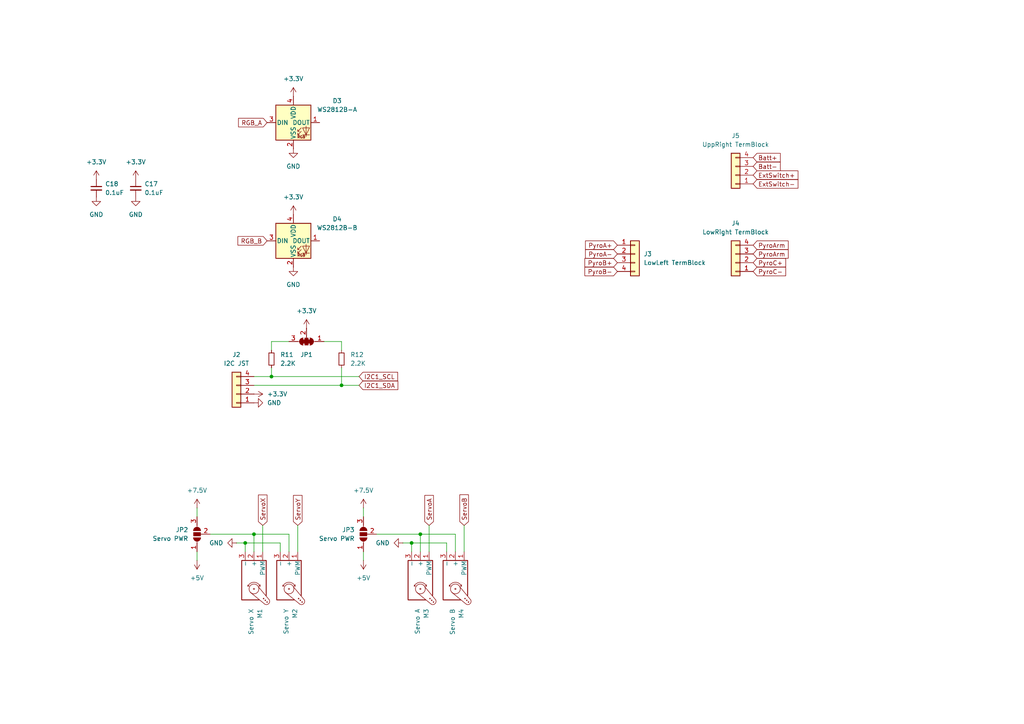
<source format=kicad_sch>
(kicad_sch (version 20231120) (generator "eeschema") (generator_version "8.0")
  (paper "A4")
  (lib_symbols
    (symbol "Connector_Generic:Conn_01x04" (pin_names (offset 1.016) hide)
      (property "Reference" "J" (at 0 5.08 0))
      (property "Value" "Conn_01x04" (at 0 -7.62 0))
      (symbol "Conn_01x04_1_1"
        (rectangle (start -1.27 -4.953) (end 0 -5.207) (stroke (width 0.1524)))
        (rectangle (start -1.27 -2.413) (end 0 -2.667) (stroke (width 0.1524)))
        (rectangle (start -1.27 0.127) (end 0 -0.127) (stroke (width 0.1524)))
        (rectangle (start -1.27 2.667) (end 0 2.413) (stroke (width 0.1524)))
        (rectangle (start -1.27 3.81) (end 1.27 -6.35) (stroke (width 0.254)) (fill (type background)))
        (pin passive line (at -5.08 2.54 0) (length 3.81) (name "Pin_1") (number "1"))
        (pin passive line (at -5.08 0 0) (length 3.81) (name "Pin_2") (number "2"))
        (pin passive line (at -5.08 -2.54 0) (length 3.81) (name "Pin_3") (number "3"))
        (pin passive line (at -5.08 -5.08 0) (length 3.81) (name "Pin_4") (number "4"))
      )
    )
    (symbol "Device:C_Small" (pin_numbers hide) (pin_names (offset 0.254) hide)
      (property "Reference" "C" (at 0.254 1.778 0))
      (property "Value" "C_Small" (at 0.254 -2.032 0))
      (symbol "C_Small_0_1"
        (polyline (pts (xy -1.524 -0.508) (xy 1.524 -0.508)) (stroke (width 0.3302)))
        (polyline (pts (xy -1.524 0.508) (xy 1.524 0.508)) (stroke (width 0.3048)))
      )
      (symbol "C_Small_1_1"
        (pin passive line (at 0 2.54 270) (length 2.032) (name "~") (number "1"))
        (pin passive line (at 0 -2.54 90) (length 2.032) (name "~") (number "2"))
      )
    )
    (symbol "Device:R_Small" (pin_numbers hide) (pin_names (offset 0.254) hide)
      (property "Reference" "R" (at 0.762 0.508 0))
      (property "Value" "R_Small" (at 0.762 -1.016 0))
      (symbol "R_Small_0_1"
        (rectangle (start -0.762 1.778) (end 0.762 -1.778) (stroke (width 0.2032)))
      )
      (symbol "R_Small_1_1"
        (pin passive line (at 0 2.54 270) (length 0.762) (name "~") (number "1"))
        (pin passive line (at 0 -2.54 90) (length 0.762) (name "~") (number "2"))
      )
    )
    (symbol "Jumper:SolderJumper_3_Bridged123" (pin_names (offset 0) hide) (exclude_from_sim yes) (in_bom no)
      (property "Reference" "JP" (at -2.54 -2.54 0))
      (property "Value" "SolderJumper_3_Bridged123" (at 0 2.794 0))
      (symbol "SolderJumper_3_Bridged123_0_1"
        (rectangle (start -1.016 0.508) (end -0.508 -0.508) (fill (type outline)))
        (arc (start -1.016 1.016) (mid -2.0276 0) (end -1.016 -1.016))
        (arc (start -1.016 1.016) (mid -2.0276 0) (end -1.016 -1.016) (fill (type outline)))
        (rectangle (start -0.508 1.016) (end 0.508 -1.016) (fill (type outline)))
        (polyline (pts (xy -2.54 0) (xy -2.032 0)))
        (polyline (pts (xy -1.016 1.016) (xy -1.016 -1.016)))
        (polyline (pts (xy 0 -1.27) (xy 0 -1.016)))
        (polyline (pts (xy 1.016 1.016) (xy 1.016 -1.016)))
        (polyline (pts (xy 2.54 0) (xy 2.032 0)))
        (rectangle (start 0.508 0.508) (end 1.016 -0.508) (fill (type outline)))
        (arc (start 1.016 -1.016) (mid 2.0276 0) (end 1.016 1.016))
        (arc (start 1.016 -1.016) (mid 2.0276 0) (end 1.016 1.016) (fill (type outline)))
      )
      (symbol "SolderJumper_3_Bridged123_1_1"
        (pin passive line (at -5.08 0 0) (length 2.54) (name "A") (number "1"))
        (pin passive line (at 0 -3.81 90) (length 2.54) (name "C") (number "2"))
        (pin passive line (at 5.08 0 180) (length 2.54) (name "B") (number "3"))
      )
    )
    (symbol "Jumper:SolderJumper_3_Open" (pin_names (offset 0) hide) (exclude_from_sim yes) (in_bom no)
      (property "Reference" "JP" (at -2.54 -2.54 0))
      (property "Value" "SolderJumper_3_Open" (at 0 2.794 0))
      (symbol "SolderJumper_3_Open_0_1"
        (arc (start -1.016 1.016) (mid -2.0276 0) (end -1.016 -1.016))
        (arc (start -1.016 1.016) (mid -2.0276 0) (end -1.016 -1.016) (fill (type outline)))
        (rectangle (start -0.508 1.016) (end 0.508 -1.016) (fill (type outline)))
        (polyline (pts (xy -2.54 0) (xy -2.032 0)))
        (polyline (pts (xy -1.016 1.016) (xy -1.016 -1.016)))
        (polyline (pts (xy 0 -1.27) (xy 0 -1.016)))
        (polyline (pts (xy 1.016 1.016) (xy 1.016 -1.016)))
        (polyline (pts (xy 2.54 0) (xy 2.032 0)))
        (arc (start 1.016 -1.016) (mid 2.0276 0) (end 1.016 1.016))
        (arc (start 1.016 -1.016) (mid 2.0276 0) (end 1.016 1.016) (fill (type outline)))
      )
      (symbol "SolderJumper_3_Open_1_1"
        (pin passive line (at -5.08 0 0) (length 2.54) (name "A") (number "1"))
        (pin passive line (at 0 -3.81 90) (length 2.54) (name "C") (number "2"))
        (pin passive line (at 5.08 0 180) (length 2.54) (name "B") (number "3"))
      )
    )
    (symbol "LED:WS2812B-2020" (pin_names (offset 0.254))
      (property "Reference" "D" (at 5.08 5.715 0))
      (property "Value" "WS2812B-2020" (at 1.27 -5.715 0))
      (symbol "WS2812B-2020_0_0"
        (text "RGB" (at 2.286 -4.191 0) (effects (font (size 0.762 0.762))))
      )
      (symbol "WS2812B-2020_0_1"
        (polyline (pts (xy 1.27 -3.556) (xy 1.778 -3.556)))
        (polyline (pts (xy 1.27 -2.54) (xy 1.778 -2.54)))
        (polyline (pts (xy 4.699 -3.556) (xy 2.667 -3.556)))
        (polyline (pts (xy 2.286 -2.54) (xy 1.27 -3.556) (xy 1.27 -3.048)))
        (polyline (pts (xy 2.286 -1.524) (xy 1.27 -2.54) (xy 1.27 -2.032)))
        (polyline (pts (xy 3.683 -1.016) (xy 3.683 -3.556) (xy 3.683 -4.064)))
        (polyline (pts (xy 4.699 -1.524) (xy 2.667 -1.524) (xy 3.683 -3.556) (xy 4.699 -1.524)))
        (rectangle (start 5.08 5.08) (end -5.08 -5.08) (stroke (width 0.254)) (fill (type background)))
      )
      (symbol "WS2812B-2020_1_1"
        (pin output line (at 7.62 0 180) (length 2.54) (name "DOUT") (number "1"))
        (pin power_in line (at 0 -7.62 90) (length 2.54) (name "VSS") (number "2"))
        (pin input line (at -7.62 0 0) (length 2.54) (name "DIN") (number "3"))
        (pin power_in line (at 0 7.62 270) (length 2.54) (name "VDD") (number "4"))
      )
    )
    (symbol "Motor:Motor_Servo" (pin_names (offset 0.0254))
      (property "Reference" "M" (at -5.08 4.445 0))
      (property "Value" "Motor_Servo" (at -5.08 -4.064 0))
      (symbol "Motor_Servo_0_1"
        (polyline (pts (xy 2.413 -1.778) (xy 2.032 -1.778)))
        (polyline (pts (xy 2.413 -1.778) (xy 2.286 -1.397)))
        (polyline (pts (xy 2.413 1.778) (xy 1.905 1.778)))
        (polyline (pts (xy 2.413 1.778) (xy 2.286 1.397)))
        (polyline (pts (xy 6.35 4.445) (xy 2.54 1.27)))
        (polyline (pts (xy 7.62 3.175) (xy 4.191 -1.016)))
        (polyline (pts (xy 5.08 3.556) (xy -5.08 3.556) (xy -5.08 -3.556) (xy 6.35 -3.556) (xy 6.35 1.524)) (stroke (width 0.254)))
        (arc (start 2.413 1.778) (mid 1.2406 0) (end 2.413 -1.778))
        (circle (center 3.175 0) (radius 0.1778))
        (circle (center 3.175 0) (radius 1.4224))
        (circle (center 5.969 2.794) (radius 0.127))
        (circle (center 6.477 3.302) (radius 0.127))
        (circle (center 6.985 3.81) (radius 0.127))
        (arc (start 7.62 3.175) (mid 7.4485 4.2735) (end 6.35 4.445))
      )
      (symbol "Motor_Servo_1_1"
        (pin passive line (at -7.62 2.54 0) (length 2.54) (name "PWM") (number "1"))
        (pin passive line (at -7.62 0 0) (length 2.54) (name "+") (number "2"))
        (pin passive line (at -7.62 -2.54 0) (length 2.54) (name "-") (number "3"))
      )
    )
    (symbol "power:+3.3V" (power) (pin_numbers hide) (pin_names (offset 0) hide)
      (property "Value" "+3.3V" (at 0 3.556 0))
      (symbol "+3.3V_0_1"
        (polyline (pts (xy -0.762 1.27) (xy 0 2.54)))
        (polyline (pts (xy 0 0) (xy 0 2.54)))
        (polyline (pts (xy 0 2.54) (xy 0.762 1.27)))
      )
      (symbol "+3.3V_1_1"
        (pin power_in line (at 0 0 90) (length 0) (name "~") (number "1"))
      )
    )
    (symbol "power:+5V" (power) (pin_numbers hide) (pin_names (offset 0) hide)
      (property "Value" "+5V" (at 0 3.556 0))
      (symbol "+5V_0_1"
        (polyline (pts (xy -0.762 1.27) (xy 0 2.54)))
        (polyline (pts (xy 0 0) (xy 0 2.54)))
        (polyline (pts (xy 0 2.54) (xy 0.762 1.27)))
      )
      (symbol "+5V_1_1"
        (pin power_in line (at 0 0 90) (length 0) (name "~") (number "1"))
      )
    )
    (symbol "power:+7.5V" (power) (pin_numbers hide) (pin_names (offset 0) hide)
      (property "Value" "+7.5V" (at 0 3.556 0))
      (symbol "+7.5V_0_1"
        (polyline (pts (xy -0.762 1.27) (xy 0 2.54)))
        (polyline (pts (xy 0 0) (xy 0 2.54)))
        (polyline (pts (xy 0 2.54) (xy 0.762 1.27)))
      )
      (symbol "+7.5V_1_1"
        (pin power_in line (at 0 0 90) (length 0) (name "~") (number "1"))
      )
    )
    (symbol "power:GND" (power) (pin_numbers hide) (pin_names (offset 0) hide)
      (property "Value" "GND" (at 0 -3.81 0))
      (symbol "GND_0_1"
        (polyline (pts (xy 0 0) (xy 0 -1.27) (xy 1.27 -1.27) (xy 0 -2.54) (xy -1.27 -1.27) (xy 0 -1.27)))
      )
      (symbol "GND_1_1"
        (pin power_in line (at 0 0 270) (length 0) (name "~") (number "1"))
      )
    )
  )
  (junction (at 99.06 111.76))
  (junction (at 71.12 157.48))
  (junction (at 119.38 157.48))
  (junction (at 78.74 109.22))
  (junction (at 121.92 154.94))
  (junction (at 73.66 154.94))
  (wire (pts (xy 105.41 147.32) (xy 105.41 149.86)))
  (wire (pts (xy 99.06 101.6) (xy 99.06 99.06)))
  (wire (pts (xy 121.92 160.02) (xy 121.92 154.94)))
  (wire (pts (xy 68.58 157.48) (xy 71.12 157.48)))
  (wire (pts (xy 57.15 160.02) (xy 57.15 162.56)))
  (wire (pts (xy 83.82 154.94) (xy 73.66 154.94)))
  (wire (pts (xy 105.41 160.02) (xy 105.41 162.56)))
  (wire (pts (xy 99.06 106.68) (xy 99.06 111.76)))
  (wire (pts (xy 71.12 157.48) (xy 71.12 160.02)))
  (wire (pts (xy 76.2 152.4) (xy 76.2 160.02)))
  (wire (pts (xy 99.06 111.76) (xy 104.14 111.76)))
  (wire (pts (xy 57.15 147.32) (xy 57.15 149.86)))
  (wire (pts (xy 132.08 154.94) (xy 121.92 154.94)))
  (wire (pts (xy 134.62 152.4) (xy 134.62 160.02)))
  (wire (pts (xy 73.66 154.94) (xy 73.66 160.02)))
  (wire (pts (xy 78.74 106.68) (xy 78.74 109.22)))
  (wire (pts (xy 99.06 99.06) (xy 93.98 99.06)))
  (wire (pts (xy 132.08 160.02) (xy 132.08 154.94)))
  (wire (pts (xy 60.96 154.94) (xy 73.66 154.94)))
  (wire (pts (xy 83.82 160.02) (xy 83.82 154.94)))
  (wire (pts (xy 78.74 99.06) (xy 83.82 99.06)))
  (wire (pts (xy 78.74 101.6) (xy 78.74 99.06)))
  (wire (pts (xy 129.54 160.02) (xy 129.54 157.48)))
  (wire (pts (xy 119.38 160.02) (xy 119.38 157.48)))
  (wire (pts (xy 73.66 111.76) (xy 99.06 111.76)))
  (wire (pts (xy 119.38 157.48) (xy 116.84 157.48)))
  (wire (pts (xy 73.66 109.22) (xy 78.74 109.22)))
  (wire (pts (xy 81.28 157.48) (xy 71.12 157.48)))
  (wire (pts (xy 86.36 152.4) (xy 86.36 160.02)))
  (wire (pts (xy 121.92 154.94) (xy 109.22 154.94)))
  (wire (pts (xy 78.74 109.22) (xy 104.14 109.22)))
  (wire (pts (xy 129.54 157.48) (xy 119.38 157.48)))
  (wire (pts (xy 124.46 152.4) (xy 124.46 160.02)))
  (wire (pts (xy 81.28 160.02) (xy 81.28 157.48)))
  (global_label "ServoA" (shape input) (at 124.46 152.4 90) (property "Intersheetrefs" "${INTERSHEET_REFS}" (effects (hide yes))))
  (global_label "PyroB-" (shape input) (at 179.07 78.74 180) (property "Intersheetrefs" "${INTERSHEET_REFS}" (effects (hide yes))))
  (global_label "PyroA-" (shape input) (at 179.07 73.66 180) (property "Intersheetrefs" "${INTERSHEET_REFS}" (effects (hide yes))))
  (global_label "PyroB+" (shape input) (at 179.07 76.2 180) (property "Intersheetrefs" "${INTERSHEET_REFS}" (effects (hide yes))))
  (global_label "Batt+" (shape input) (at 218.44 45.72 0) (property "Intersheetrefs" "${INTERSHEET_REFS}" (effects (hide yes))))
  (global_label "PyroC+" (shape input) (at 218.44 76.2 0) (property "Intersheetrefs" "${INTERSHEET_REFS}" (effects (hide yes))))
  (global_label "ExtSwitch-" (shape input) (at 218.44 53.34 0) (property "Intersheetrefs" "${INTERSHEET_REFS}" (effects (hide yes))))
  (global_label "ExtSwitch+" (shape input) (at 218.44 50.8 0) (property "Intersheetrefs" "${INTERSHEET_REFS}" (effects (hide yes))))
  (global_label "I2C1_SDA" (shape input) (at 104.14 111.76 0) (property "Intersheetrefs" "${INTERSHEET_REFS}" (effects (hide yes))))
  (global_label "ServoY" (shape input) (at 86.36 152.4 90) (property "Intersheetrefs" "${INTERSHEET_REFS}" (effects (hide yes))))
  (global_label "PyroC-" (shape input) (at 218.44 78.74 0) (property "Intersheetrefs" "${INTERSHEET_REFS}" (effects (hide yes))))
  (global_label "RGB_A" (shape input) (at 77.47 35.56 180) (property "Intersheetrefs" "${INTERSHEET_REFS}" (effects (hide yes))))
  (global_label "PyroA+" (shape input) (at 179.07 71.12 180) (property "Intersheetrefs" "${INTERSHEET_REFS}" (effects (hide yes))))
  (global_label "ServoX" (shape input) (at 76.2 152.4 90) (property "Intersheetrefs" "${INTERSHEET_REFS}" (effects (hide yes))))
  (global_label "Batt-" (shape input) (at 218.44 48.26 0) (property "Intersheetrefs" "${INTERSHEET_REFS}" (effects (hide yes))))
  (global_label "PyroArm" (shape input) (at 218.44 73.66 0) (property "Intersheetrefs" "${INTERSHEET_REFS}" (effects (hide yes))))
  (global_label "I2C1_SCL" (shape input) (at 104.14 109.22 0) (property "Intersheetrefs" "${INTERSHEET_REFS}" (effects (hide yes))))
  (global_label "PyroArm" (shape input) (at 218.44 71.12 0) (property "Intersheetrefs" "${INTERSHEET_REFS}" (effects (hide yes))))
  (global_label "RGB_B" (shape input) (at 77.47 69.85 180) (property "Intersheetrefs" "${INTERSHEET_REFS}" (effects (hide yes))))
  (global_label "ServoB" (shape input) (at 134.62 152.4 90) (property "Intersheetrefs" "${INTERSHEET_REFS}" (effects (hide yes))))
  (symbol (lib_id "power:+5V") (at 105.41 162.56 180) (unit 1)
    (property "Reference" "#PWR053" (effects (hide yes)))
    (property "Value" "+5V" (at 105.41 167.64 0))
    (property "Description" "Power symbol creates a global label with name \"+5V\"" (effects (hide yes)))
  )
  (symbol (lib_id "power:+7.5V") (at 105.41 147.32 0) (unit 1)
    (property "Reference" "#PWR055" (effects (hide yes)))
    (property "Value" "+7.5V" (at 105.41 142.24 0))
    (property "Description" "Power symbol creates a global label with name \"+7.5V\"" (effects (hide yes)))
  )
  (symbol (lib_id "Motor:Motor_Servo") (at 83.82 167.64 270) (unit 1)
    (property "Reference" "M2" (at 85.5235 176.53 0) (effects (justify left)))
    (property "Value" "Servo Y" (at 82.9835 176.53 0) (effects (justify left)))
    (property "Footprint" "Connector_PinSocket_2.54mm:PinSocket_1x03_P2.54mm_Vertical" (effects (hide yes)))
    (property "Datasheet" "http://forums.parallax.com/uploads/attachments/46831/74481.png" (effects (hide yes)))
    (property "Description" "Servo Motor (Futaba, HiTec, JR connector)" (effects (hide yes)))
  )
  (symbol (lib_id "power:GND") (at 68.58 157.48 270) (unit 1)
    (property "Reference" "#PWR050" (effects (hide yes)))
    (property "Value" "GND" (at 64.77 157.4799 90) (effects (justify right)))
    (property "Description" "Power symbol creates a global label with name \"GND\" , ground" (effects (hide yes)))
  )
  (symbol (lib_id "LED:WS2812B-2020") (at 85.09 69.85 0) (unit 1)
    (property "Reference" "D4" (at 97.79 63.5314 0))
    (property "Value" "WS2812B-B" (at 97.79 66.0714 0))
    (property "Footprint" "LED_SMD:LED_WS2812B-2020_PLCC4_2.0x2.0mm" (effects (hide yes)))
    (property "Datasheet" "https://cdn-shop.adafruit.com/product-files/4684/4684_WS2812B-2020_V1.3_EN.pdf" (effects (hide yes)))
    (property "Description" "RGB LED with integrated controller, 2.0 x 2.0 mm, 12 mA" (effects (hide yes)))
  )
  (symbol (lib_id "power:+3.3V") (at 73.66 114.3 270) (unit 1)
    (property "Reference" "#PWR048" (effects (hide yes)))
    (property "Value" "+3.3V" (at 77.47 114.2999 90) (effects (justify left)))
    (property "Description" "Power symbol creates a global label with name \"+3.3V\"" (effects (hide yes)))
  )
  (symbol (lib_id "power:GND") (at 73.66 116.84 90) (unit 1)
    (property "Reference" "#PWR047" (effects (hide yes)))
    (property "Value" "GND" (at 77.47 116.8399 90) (effects (justify right)))
    (property "Description" "Power symbol creates a global label with name \"GND\" , ground" (effects (hide yes)))
  )
  (symbol (lib_id "power:GND") (at 39.37 57.15 0) (unit 1)
    (property "Reference" "#PWR056" (effects (hide yes)))
    (property "Value" "GND" (at 39.37 62.23 0))
    (property "Description" "Power symbol creates a global label with name \"GND\" , ground" (effects (hide yes)))
  )
  (symbol (lib_id "Device:R_Small") (at 99.06 104.14 180) (unit 1)
    (property "Reference" "R12" (at 101.6 102.8699 0) (effects (justify right)))
    (property "Value" "2.2K" (at 101.6 105.4099 0) (effects (justify right)))
    (property "Footprint" "Resistor_SMD:R_0402_1005Metric" (effects (hide yes)))
    (property "Description" "Resistor, small symbol" (effects (hide yes)))
  )
  (symbol (lib_id "Connector_Generic:Conn_01x04") (at 213.36 50.8 180) (unit 1)
    (property "Reference" "J5" (at 213.36 39.37 0))
    (property "Value" "UppRight TermBlock" (at 213.36 41.91 0))
    (property "Footprint" "TerminalBlock:TerminalBlock_bornier-4_P5.08mm" (effects (hide yes)))
    (property "Description" "Generic connector, single row, 01x04, script generated (kicad-library-utils/schlib/autogen/connector/)" (effects (hide yes)))
  )
  (symbol (lib_id "Connector_Generic:Conn_01x04") (at 184.15 73.66 0) (unit 1)
    (property "Reference" "J3" (at 186.69 73.6599 0) (effects (justify left)))
    (property "Value" "LowLeft TermBlock" (at 186.69 76.1999 0) (effects (justify left)))
    (property "Footprint" "TerminalBlock:TerminalBlock_bornier-4_P5.08mm" (effects (hide yes)))
    (property "Description" "Generic connector, single row, 01x04, script generated (kicad-library-utils/schlib/autogen/connector/)" (effects (hide yes)))
  )
  (symbol (lib_id "power:GND") (at 116.84 157.48 270) (unit 1)
    (property "Reference" "#PWR051" (effects (hide yes)))
    (property "Value" "GND" (at 113.03 157.4799 90) (effects (justify right)))
    (property "Description" "Power symbol creates a global label with name \"GND\" , ground" (effects (hide yes)))
  )
  (symbol (lib_id "power:+3.3V") (at 27.94 52.07 0) (unit 1)
    (property "Reference" "#PWR058" (effects (hide yes)))
    (property "Value" "+3.3V" (at 27.94 46.99 0))
    (property "Description" "Power symbol creates a global label with name \"+3.3V\"" (effects (hide yes)))
  )
  (symbol (lib_id "Motor:Motor_Servo") (at 132.08 167.64 270) (unit 1)
    (property "Reference" "M4" (at 133.7835 176.53 0) (effects (justify left)))
    (property "Value" "Servo B" (at 131.2435 176.53 0) (effects (justify left)))
    (property "Footprint" "Connector_PinSocket_2.54mm:PinSocket_1x03_P2.54mm_Vertical" (effects (hide yes)))
    (property "Datasheet" "http://forums.parallax.com/uploads/attachments/46831/74481.png" (effects (hide yes)))
    (property "Description" "Servo Motor (Futaba, HiTec, JR connector)" (effects (hide yes)))
  )
  (symbol (lib_id "LED:WS2812B-2020") (at 85.09 35.56 0) (unit 1)
    (property "Reference" "D3" (at 97.79 29.2414 0))
    (property "Value" "WS2812B-A" (at 97.79 31.7814 0))
    (property "Footprint" "LED_SMD:LED_WS2812B-2020_PLCC4_2.0x2.0mm" (effects (hide yes)))
    (property "Datasheet" "https://cdn-shop.adafruit.com/product-files/4684/4684_WS2812B-2020_V1.3_EN.pdf" (effects (hide yes)))
    (property "Description" "RGB LED with integrated controller, 2.0 x 2.0 mm, 12 mA" (effects (hide yes)))
  )
  (symbol (lib_id "power:+3.3V") (at 88.9 95.25 0) (unit 1)
    (property "Reference" "#PWR049" (effects (hide yes)))
    (property "Value" "+3.3V" (at 88.9 90.17 0))
    (property "Description" "Power symbol creates a global label with name \"+3.3V\"" (effects (hide yes)))
  )
  (symbol (lib_id "Motor:Motor_Servo") (at 121.92 167.64 270) (unit 1)
    (property "Reference" "M3" (at 123.6235 176.53 0) (effects (justify left)))
    (property "Value" "Servo A" (at 121.0835 176.53 0) (effects (justify left)))
    (property "Footprint" "Connector_PinSocket_2.54mm:PinSocket_1x03_P2.54mm_Vertical" (effects (hide yes)))
    (property "Datasheet" "http://forums.parallax.com/uploads/attachments/46831/74481.png" (effects (hide yes)))
    (property "Description" "Servo Motor (Futaba, HiTec, JR connector)" (effects (hide yes)))
  )
  (symbol (lib_id "Jumper:SolderJumper_3_Bridged123") (at 88.9 99.06 180) (unit 1) (exclude_from_sim yes) (in_bom no)
    (property "Reference" "JP1" (at 88.9 102.87 0))
    (property "Value" "SolderJumper_3_Bridged123" (effects (hide yes)))
    (property "Footprint" "Jumper:SolderJumper-3_P1.3mm_Open_RoundedPad1.0x1.5mm" (effects (hide yes)))
    (property "Description" "Solder Jumper, 3-pole, pins 1+2+3 closed/bridged" (effects (hide yes)))
  )
  (symbol (lib_id "power:GND") (at 27.94 57.15 0) (unit 1)
    (property "Reference" "#PWR059" (effects (hide yes)))
    (property "Value" "GND" (at 27.94 62.23 0))
    (property "Description" "Power symbol creates a global label with name \"GND\" , ground" (effects (hide yes)))
  )
  (symbol (lib_id "power:GND") (at 85.09 77.47 0) (unit 1)
    (property "Reference" "#PWR062" (effects (hide yes)))
    (property "Value" "GND" (at 85.09 82.55 0))
    (property "Description" "Power symbol creates a global label with name \"GND\" , ground" (effects (hide yes)))
  )
  (symbol (lib_id "power:GND") (at 85.09 43.18 0) (unit 1)
    (property "Reference" "#PWR063" (effects (hide yes)))
    (property "Value" "GND" (at 85.09 48.26 0))
    (property "Description" "Power symbol creates a global label with name \"GND\" , ground" (effects (hide yes)))
  )
  (symbol (lib_id "power:+3.3V") (at 85.09 62.23 0) (unit 1)
    (property "Reference" "#PWR061" (effects (hide yes)))
    (property "Value" "+3.3V" (at 85.09 57.15 0))
    (property "Description" "Power symbol creates a global label with name \"+3.3V\"" (effects (hide yes)))
  )
  (symbol (lib_id "Device:C_Small") (at 39.37 54.61 0) (unit 1)
    (property "Reference" "C17" (at 41.91 53.3462 0) (effects (justify left)))
    (property "Value" "0.1uF" (at 41.91 55.8862 0) (effects (justify left)))
    (property "Footprint" "Capacitor_SMD:C_0402_1005Metric" (effects (hide yes)))
    (property "Description" "Unpolarized capacitor, small symbol" (effects (hide yes)))
  )
  (symbol (lib_id "power:+3.3V") (at 85.09 27.94 0) (unit 1)
    (property "Reference" "#PWR060" (effects (hide yes)))
    (property "Value" "+3.3V" (at 85.09 22.86 0))
    (property "Description" "Power symbol creates a global label with name \"+3.3V\"" (effects (hide yes)))
  )
  (symbol (lib_id "Motor:Motor_Servo") (at 73.66 167.64 270) (unit 1)
    (property "Reference" "M1" (at 75.3635 176.53 0) (effects (justify left)))
    (property "Value" "Servo X" (at 72.8235 176.53 0) (effects (justify left)))
    (property "Footprint" "Connector_PinSocket_2.54mm:PinSocket_1x03_P2.54mm_Vertical" (effects (hide yes)))
    (property "Datasheet" "http://forums.parallax.com/uploads/attachments/46831/74481.png" (effects (hide yes)))
    (property "Description" "Servo Motor (Futaba, HiTec, JR connector)" (effects (hide yes)))
  )
  (symbol (lib_id "Connector_Generic:Conn_01x04") (at 68.58 114.3 180) (unit 1)
    (property "Reference" "J2" (at 68.58 102.87 0))
    (property "Value" "I2C JST" (at 68.58 105.41 0))
    (property "Footprint" "Connector_JST:JST_GH_SM04B-GHS-TB_1x04-1MP_P1.25mm_Horizontal" (effects (hide yes)))
    (property "Description" "Generic connector, single row, 01x04, script generated (kicad-library-utils/schlib/autogen/connector/)" (effects (hide yes)))
  )
  (symbol (lib_id "Jumper:SolderJumper_3_Open") (at 105.41 154.94 90) (unit 1) (exclude_from_sim yes) (in_bom no)
    (property "Reference" "JP3" (at 102.87 153.6699 90) (effects (justify left)))
    (property "Value" "Servo PWR" (at 102.87 156.2099 90) (effects (justify left)))
    (property "Footprint" "Jumper:SolderJumper-3_P1.3mm_Open_Pad1.0x1.5mm" (effects (hide yes)))
    (property "Description" "Solder Jumper, 3-pole, open" (effects (hide yes)))
  )
  (symbol (lib_id "Jumper:SolderJumper_3_Open") (at 57.15 154.94 90) (unit 1) (exclude_from_sim yes) (in_bom no)
    (property "Reference" "JP2" (at 54.61 153.6699 90) (effects (justify left)))
    (property "Value" "Servo PWR" (at 54.61 156.2099 90) (effects (justify left)))
    (property "Footprint" "Jumper:SolderJumper-3_P1.3mm_Open_Pad1.0x1.5mm" (effects (hide yes)))
    (property "Description" "Solder Jumper, 3-pole, open" (effects (hide yes)))
  )
  (symbol (lib_id "power:+3.3V") (at 39.37 52.07 0) (unit 1)
    (property "Reference" "#PWR057" (effects (hide yes)))
    (property "Value" "+3.3V" (at 39.37 46.99 0))
    (property "Description" "Power symbol creates a global label with name \"+3.3V\"" (effects (hide yes)))
  )
  (symbol (lib_id "Device:R_Small") (at 78.74 104.14 180) (unit 1)
    (property "Reference" "R11" (at 81.28 102.8699 0) (effects (justify right)))
    (property "Value" "2.2K" (at 81.28 105.4099 0) (effects (justify right)))
    (property "Footprint" "Resistor_SMD:R_0402_1005Metric" (effects (hide yes)))
    (property "Description" "Resistor, small symbol" (effects (hide yes)))
  )
  (symbol (lib_id "Device:C_Small") (at 27.94 54.61 0) (unit 1)
    (property "Reference" "C18" (at 30.48 53.3462 0) (effects (justify left)))
    (property "Value" "0.1uF" (at 30.48 55.8862 0) (effects (justify left)))
    (property "Footprint" "Capacitor_SMD:C_0402_1005Metric" (effects (hide yes)))
    (property "Description" "Unpolarized capacitor, small symbol" (effects (hide yes)))
  )
  (symbol (lib_id "power:+7.5V") (at 57.15 147.32 0) (unit 1)
    (property "Reference" "#PWR054" (effects (hide yes)))
    (property "Value" "+7.5V" (at 57.15 142.24 0))
    (property "Description" "Power symbol creates a global label with name \"+7.5V\"" (effects (hide yes)))
  )
  (symbol (lib_id "Connector_Generic:Conn_01x04") (at 213.36 76.2 180) (unit 1)
    (property "Reference" "J4" (at 213.36 64.77 0))
    (property "Value" "LowRight TermBlock" (at 213.36 67.31 0))
    (property "Footprint" "TerminalBlock:TerminalBlock_bornier-4_P5.08mm" (effects (hide yes)))
    (property "Description" "Generic connector, single row, 01x04, script generated (kicad-library-utils/schlib/autogen/connector/)" (effects (hide yes)))
  )
  (symbol (lib_id "power:+5V") (at 57.15 162.56 180) (unit 1)
    (property "Reference" "#PWR052" (effects (hide yes)))
    (property "Value" "+5V" (at 57.15 167.64 0))
    (property "Description" "Power symbol creates a global label with name \"+5V\"" (effects (hide yes)))
  )
)
</source>
